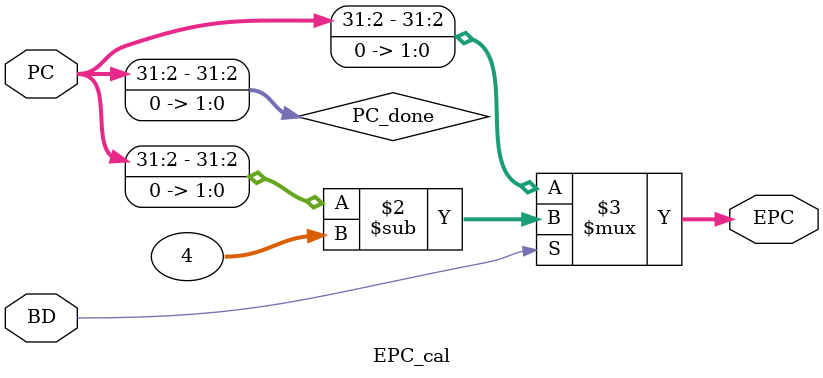
<source format=v>
`timescale 1ns / 1ps
module EPC_cal(
    input [31:0] PC,
    input BD,
    output [31:0] EPC
    );

	wire [31:0] PC_done;
	assign PC_done = {PC[31:2], 2'b00};
	assign EPC = (BD == 1) ? (PC_done - 4) :
					 PC_done;

endmodule

</source>
